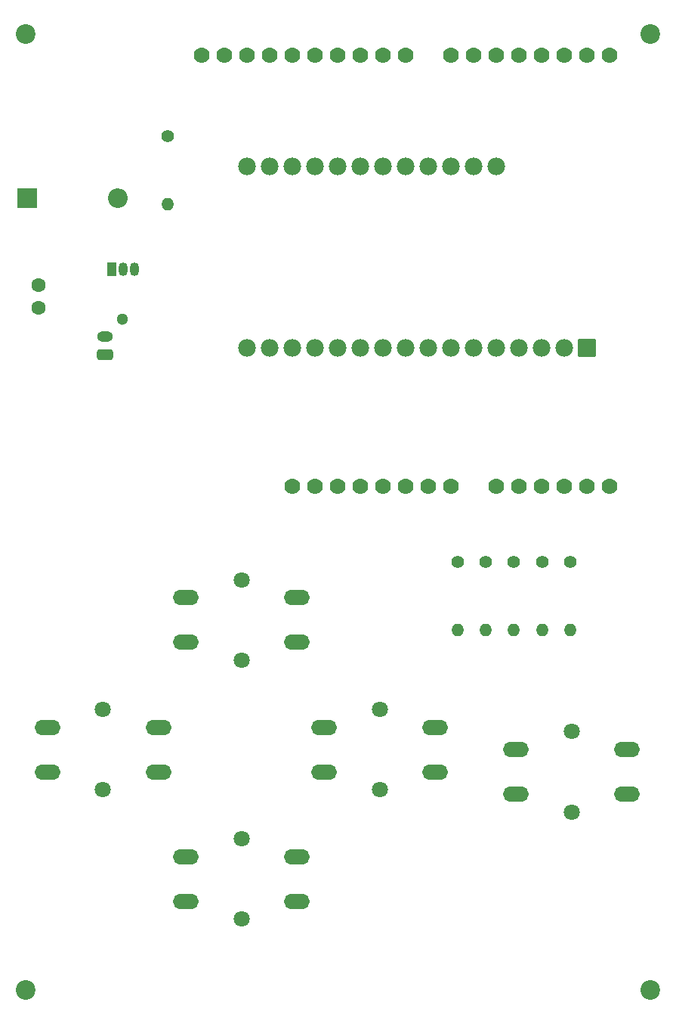
<source format=gbr>
%TF.GenerationSoftware,KiCad,Pcbnew,8.0.1*%
%TF.CreationDate,2024-04-30T10:04:58+02:00*%
%TF.ProjectId,teamagotchi,7465616d-6167-46f7-9463-68692e6b6963,rev?*%
%TF.SameCoordinates,Original*%
%TF.FileFunction,Soldermask,Bot*%
%TF.FilePolarity,Negative*%
%FSLAX46Y46*%
G04 Gerber Fmt 4.6, Leading zero omitted, Abs format (unit mm)*
G04 Created by KiCad (PCBNEW 8.0.1) date 2024-04-30 10:04:58*
%MOMM*%
%LPD*%
G01*
G04 APERTURE LIST*
G04 Aperture macros list*
%AMRoundRect*
0 Rectangle with rounded corners*
0 $1 Rounding radius*
0 $2 $3 $4 $5 $6 $7 $8 $9 X,Y pos of 4 corners*
0 Add a 4 corners polygon primitive as box body*
4,1,4,$2,$3,$4,$5,$6,$7,$8,$9,$2,$3,0*
0 Add four circle primitives for the rounded corners*
1,1,$1+$1,$2,$3*
1,1,$1+$1,$4,$5*
1,1,$1+$1,$6,$7*
1,1,$1+$1,$8,$9*
0 Add four rect primitives between the rounded corners*
20,1,$1+$1,$2,$3,$4,$5,0*
20,1,$1+$1,$4,$5,$6,$7,0*
20,1,$1+$1,$6,$7,$8,$9,0*
20,1,$1+$1,$8,$9,$2,$3,0*%
G04 Aperture macros list end*
%ADD10C,1.778000*%
%ADD11C,2.200000*%
%ADD12C,1.400000*%
%ADD13O,1.400000X1.400000*%
%ADD14C,1.800000*%
%ADD15O,2.900000X1.700000*%
%ADD16R,2.200000X2.200000*%
%ADD17O,2.200000X2.200000*%
%ADD18R,1.050000X1.500000*%
%ADD19O,1.050000X1.500000*%
%ADD20RoundRect,0.102000X0.889000X-0.889000X0.889000X0.889000X-0.889000X0.889000X-0.889000X-0.889000X0*%
%ADD21C,1.982000*%
%ADD22C,1.300000*%
%ADD23RoundRect,0.250000X0.650000X-0.350000X0.650000X0.350000X-0.650000X0.350000X-0.650000X-0.350000X0*%
%ADD24O,1.800000X1.200000*%
%ADD25C,1.600000*%
G04 APERTURE END LIST*
D10*
%TO.C,TFT1*%
X132160000Y-51606000D03*
X167720000Y-51606000D03*
X139780000Y-51606000D03*
X142320000Y-99866000D03*
X149940000Y-99866000D03*
X177880000Y-51606000D03*
X175340000Y-51606000D03*
X172800000Y-51606000D03*
X170260000Y-51606000D03*
X165180000Y-51606000D03*
X162640000Y-51606000D03*
X160100000Y-51606000D03*
X155020000Y-51606000D03*
X152480000Y-51606000D03*
X149940000Y-51606000D03*
X147400000Y-51606000D03*
X144860000Y-51606000D03*
X142320000Y-51606000D03*
X137240000Y-51606000D03*
X134700000Y-51606000D03*
X160100000Y-99866000D03*
X165180000Y-99866000D03*
X167720000Y-99866000D03*
X170260000Y-99866000D03*
X172800000Y-99866000D03*
X175340000Y-99866000D03*
X177880000Y-99866000D03*
X157560000Y-99866000D03*
X155020000Y-99866000D03*
X147400000Y-99866000D03*
X144860000Y-99866000D03*
X152480000Y-99866000D03*
%TD*%
D11*
%TO.C,REF\u002A\u002A*%
X112460000Y-156206000D03*
%TD*%
%TO.C,REF\u002A\u002A*%
X182460000Y-156206000D03*
%TD*%
%TO.C,REF\u002A\u002A*%
X182460000Y-49206000D03*
%TD*%
%TO.C,REF\u002A\u002A*%
X112460000Y-49206000D03*
%TD*%
D12*
%TO.C,R4*%
X164010000Y-108316000D03*
D13*
X164010000Y-115936000D03*
%TD*%
D12*
%TO.C,R3*%
X167160000Y-108316000D03*
D13*
X167160000Y-115936000D03*
%TD*%
D14*
%TO.C,SW5*%
X136610000Y-139306000D03*
X136610000Y-148306000D03*
D15*
X130360000Y-141306000D03*
X142860000Y-141306000D03*
X130360000Y-146306000D03*
X142860000Y-146306000D03*
%TD*%
D14*
%TO.C,SW3*%
X152110000Y-124806000D03*
X152110000Y-133806000D03*
D15*
X145860000Y-126806000D03*
X158360000Y-126806000D03*
X145860000Y-131806000D03*
X158360000Y-131806000D03*
%TD*%
D14*
%TO.C,SW2*%
X136610000Y-110306000D03*
X136610000Y-119306000D03*
D15*
X130360000Y-112306000D03*
X142860000Y-112306000D03*
X130360000Y-117306000D03*
X142860000Y-117306000D03*
%TD*%
D14*
%TO.C,SW1*%
X173610000Y-127306000D03*
X173610000Y-136306000D03*
D15*
X167360000Y-129306000D03*
X179860000Y-129306000D03*
X167360000Y-134306000D03*
X179860000Y-134306000D03*
%TD*%
D14*
%TO.C,SW4*%
X121110000Y-124806000D03*
X121110000Y-133806000D03*
D15*
X114860000Y-126806000D03*
X127360000Y-126806000D03*
X114860000Y-131806000D03*
X127360000Y-131806000D03*
%TD*%
D12*
%TO.C,R2*%
X170310000Y-108316000D03*
D13*
X170310000Y-115936000D03*
%TD*%
D12*
%TO.C,R1*%
X173460000Y-108316000D03*
D13*
X173460000Y-115936000D03*
%TD*%
D12*
%TO.C,R5*%
X160860000Y-108316000D03*
D13*
X160860000Y-115936000D03*
%TD*%
D16*
%TO.C,D1*%
X112580000Y-67606000D03*
D17*
X122740000Y-67606000D03*
%TD*%
D18*
%TO.C,Q1*%
X122090000Y-75546000D03*
D19*
X123360000Y-75546000D03*
X124630000Y-75546000D03*
%TD*%
D20*
%TO.C,U1*%
X175300000Y-84326000D03*
D21*
X172760000Y-84326000D03*
X170220000Y-84326000D03*
X167680000Y-84326000D03*
X165140000Y-84326000D03*
X162600000Y-84326000D03*
X160060000Y-84326000D03*
X157520000Y-84326000D03*
X154980000Y-84326000D03*
X152440000Y-84326000D03*
X149900000Y-84326000D03*
X147360000Y-84326000D03*
X144820000Y-84326000D03*
X142280000Y-84326000D03*
X139740000Y-84326000D03*
X137200000Y-84326000D03*
X137200000Y-64006000D03*
X139740000Y-64006000D03*
X142280000Y-64006000D03*
X144820000Y-64006000D03*
X147360000Y-64006000D03*
X149900000Y-64006000D03*
X152440000Y-64006000D03*
X154980000Y-64006000D03*
X157520000Y-64006000D03*
X160060000Y-64006000D03*
X162600000Y-64006000D03*
X165140000Y-64006000D03*
%TD*%
D22*
%TO.C,M1*%
X123260000Y-81106000D03*
D23*
X121360000Y-85106000D03*
D24*
X121360000Y-83106000D03*
%TD*%
D12*
%TO.C,R6*%
X128360000Y-60596000D03*
D13*
X128360000Y-68216000D03*
%TD*%
D25*
%TO.C,C1*%
X113860000Y-79856000D03*
X113860000Y-77356000D03*
%TD*%
M02*

</source>
